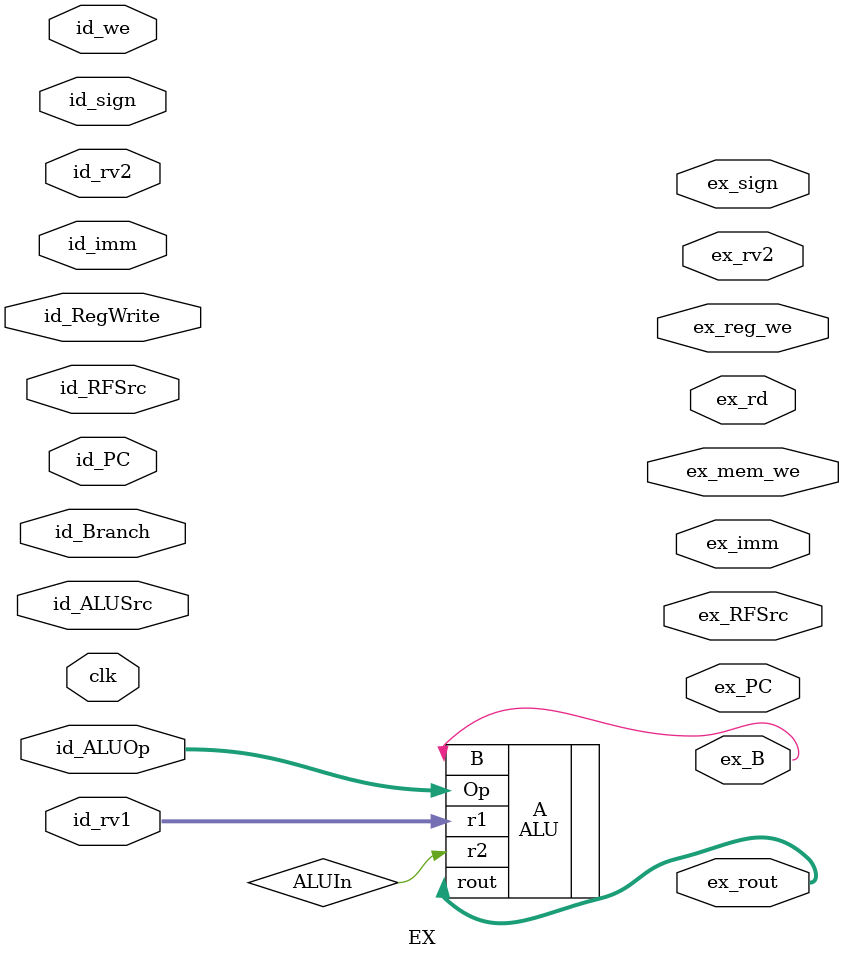
<source format=v>
`timescale 1ns / 1ps
module EX(
	input			clk,
	
	input[31:0] id_PC,
	input[31:0] id_rv1,
	input[31:0] id_rv2,
	input[31:0] id_imm,
	input		 	id_Branch,
	input[1:0]	id_RFSrc,
   input		 	id_ALUSrc,
	input[3:0]	id_we,
	input[3:0]	id_RegWrite,
	input		 	id_sign,
	input[6:0]	id_ALUOp,
	
	output[31:0]	ex_PC,
	output[31:0]	ex_imm,
	output[31:0]	ex_rout,
	output[31:0]	ex_rv2,
	output[3:0]  	ex_reg_we,
   output[3:0]	 	ex_mem_we,
	output		 	ex_sign,
	output[2:0]  	ex_RFSrc,
	output[4:0]	 	ex_rd,
	output			ex_B    
	);

ALU A (
    .r1(id_rv1), 
    .r2(ALUIn), 
    .Op(id_ALUOp), 
    .rout(ex_rout), 
    .B(ex_B)
    );



endmodule

</source>
